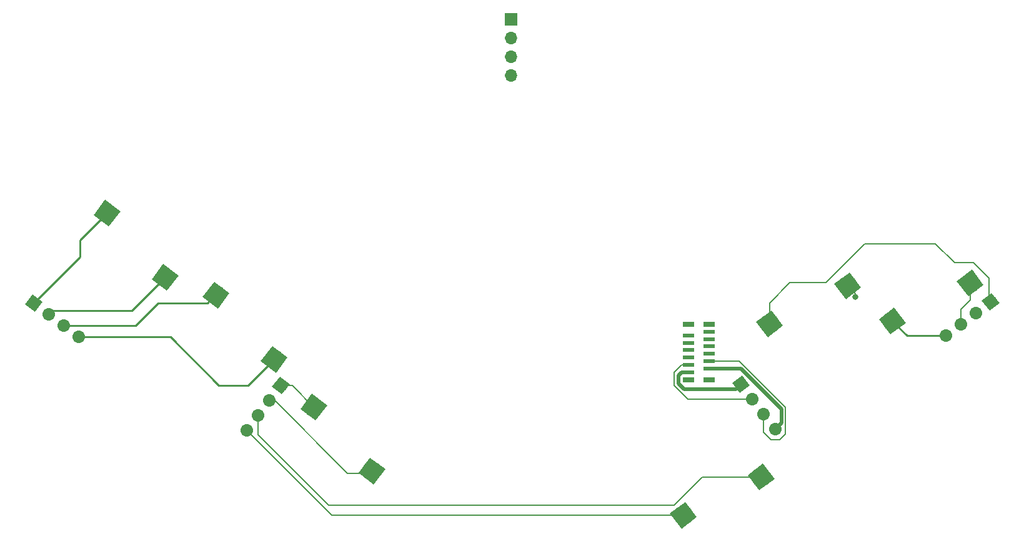
<source format=gbr>
G04 #@! TF.GenerationSoftware,KiCad,Pcbnew,(5.1.4)-1*
G04 #@! TF.CreationDate,2024-04-24T20:57:57-04:00*
G04 #@! TF.ProjectId,ThumbsUp,5468756d-6273-4557-902e-6b696361645f,rev?*
G04 #@! TF.SameCoordinates,Original*
G04 #@! TF.FileFunction,Copper,L2,Bot*
G04 #@! TF.FilePolarity,Positive*
%FSLAX46Y46*%
G04 Gerber Fmt 4.6, Leading zero omitted, Abs format (unit mm)*
G04 Created by KiCad (PCBNEW (5.1.4)-1) date 2024-04-24 20:57:57*
%MOMM*%
%LPD*%
G04 APERTURE LIST*
%ADD10C,2.600000*%
%ADD11C,0.100000*%
%ADD12C,1.700000*%
%ADD13C,1.700000*%
%ADD14O,1.700000X1.700000*%
%ADD15R,1.700000X1.700000*%
%ADD16R,1.500000X0.600000*%
%ADD17R,1.500000X0.800000*%
%ADD18C,0.800000*%
%ADD19C,0.254000*%
%ADD20C,0.250000*%
%ADD21C,0.200000*%
%ADD22C,0.508000*%
G04 APERTURE END LIST*
D10*
X389646331Y-31130937D03*
D11*
G36*
X389390464Y-32951523D02*
G01*
X387825745Y-30875070D01*
X389902198Y-29310351D01*
X391466917Y-31386804D01*
X389390464Y-32951523D01*
X389390464Y-32951523D01*
G37*
D10*
X379098097Y-36324902D03*
D11*
G36*
X378842230Y-38145488D02*
G01*
X377277511Y-36069035D01*
X379353964Y-34504316D01*
X380918683Y-36580769D01*
X378842230Y-38145488D01*
X378842230Y-38145488D01*
G37*
D10*
X329015268Y-21627175D03*
D11*
G36*
X330835854Y-21371308D02*
G01*
X329271135Y-23447761D01*
X327194682Y-21883042D01*
X328759401Y-19806589D01*
X330835854Y-21371308D01*
X330835854Y-21371308D01*
G37*
D10*
X336915515Y-30335136D03*
D11*
G36*
X338736101Y-30079269D02*
G01*
X337171382Y-32155722D01*
X335094929Y-30591003D01*
X336659648Y-28514550D01*
X338736101Y-30079269D01*
X338736101Y-30079269D01*
G37*
D10*
X390818700Y-10347702D03*
D11*
G36*
X391074567Y-8527116D02*
G01*
X392639286Y-10603569D01*
X390562833Y-12168288D01*
X388998114Y-10091835D01*
X391074567Y-8527116D01*
X391074567Y-8527116D01*
G37*
D10*
X401366934Y-5153737D03*
D11*
G36*
X401622801Y-3333151D02*
G01*
X403187520Y-5409604D01*
X401111067Y-6974323D01*
X399546348Y-4897870D01*
X401622801Y-3333151D01*
X401622801Y-3333151D01*
G37*
D10*
X417986119Y-4775998D03*
D11*
G36*
X417730252Y-6596584D02*
G01*
X416165533Y-4520131D01*
X418241986Y-2955412D01*
X419806705Y-5031865D01*
X417730252Y-6596584D01*
X417730252Y-6596584D01*
G37*
D10*
X407437885Y-9969963D03*
D11*
G36*
X407182018Y-11790549D02*
G01*
X405617299Y-9714096D01*
X407693752Y-8149377D01*
X409258471Y-10225830D01*
X407182018Y-11790549D01*
X407182018Y-11790549D01*
G37*
D10*
X300997775Y4695162D03*
D11*
G36*
X302818361Y4951029D02*
G01*
X301253642Y2874576D01*
X299177189Y4439295D01*
X300741908Y6515748D01*
X302818361Y4951029D01*
X302818361Y4951029D01*
G37*
D10*
X308898022Y-4012799D03*
D11*
G36*
X310718608Y-3756932D02*
G01*
X309153889Y-5833385D01*
X307077436Y-4268666D01*
X308642155Y-2192213D01*
X310718608Y-3756932D01*
X310718608Y-3756932D01*
G37*
D10*
X315772532Y-6438415D03*
D11*
G36*
X317593118Y-6182548D02*
G01*
X316028399Y-8259001D01*
X313951946Y-6694282D01*
X315516665Y-4617829D01*
X317593118Y-6182548D01*
X317593118Y-6182548D01*
G37*
D10*
X323672779Y-15146376D03*
D11*
G36*
X325493365Y-14890509D02*
G01*
X323928646Y-16966962D01*
X321852193Y-15402243D01*
X323416912Y-13325790D01*
X325493365Y-14890509D01*
X325493365Y-14890509D01*
G37*
D12*
X324570114Y-18725833D03*
D11*
G36*
X323379731Y-18893130D02*
G01*
X324402817Y-17535450D01*
X325760497Y-18558536D01*
X324737411Y-19916216D01*
X323379731Y-18893130D01*
X323379731Y-18893130D01*
G37*
D12*
X323041504Y-20754367D03*
D13*
X323041504Y-20754367D02*
X323041504Y-20754367D01*
D12*
X321512894Y-22782901D03*
D13*
X321512894Y-22782901D02*
X321512894Y-22782901D01*
D12*
X319984284Y-24811436D03*
D13*
X319984284Y-24811436D02*
X319984284Y-24811436D01*
D14*
X355808765Y23391751D03*
X355808765Y25931751D03*
X355808765Y28471751D03*
D15*
X355808765Y31011751D03*
D12*
X420750744Y-7362076D03*
D11*
G36*
X419560361Y-7194779D02*
G01*
X420918041Y-6171693D01*
X421941127Y-7529373D01*
X420583447Y-8552459D01*
X419560361Y-7194779D01*
X419560361Y-7194779D01*
G37*
D12*
X418722210Y-8890686D03*
D13*
X418722210Y-8890686D02*
X418722210Y-8890686D01*
D12*
X416693676Y-10419296D03*
D13*
X416693676Y-10419296D02*
X416693676Y-10419296D01*
D12*
X414665141Y-11947906D03*
D13*
X414665141Y-11947906D02*
X414665141Y-11947906D01*
D12*
X291057015Y-7515681D03*
D11*
G36*
X291224312Y-8706064D02*
G01*
X289866632Y-7682978D01*
X290889718Y-6325298D01*
X292247398Y-7348384D01*
X291224312Y-8706064D01*
X291224312Y-8706064D01*
G37*
D12*
X293085549Y-9044291D03*
D13*
X293085549Y-9044291D02*
X293085549Y-9044291D01*
D12*
X295114083Y-10572901D03*
D13*
X295114083Y-10572901D02*
X295114083Y-10572901D01*
D12*
X297142618Y-12101511D03*
D13*
X297142618Y-12101511D02*
X297142618Y-12101511D01*
D12*
X386957813Y-18527231D03*
D11*
G36*
X386790516Y-19717614D02*
G01*
X385767430Y-18359934D01*
X387125110Y-17336848D01*
X388148196Y-18694528D01*
X386790516Y-19717614D01*
X386790516Y-19717614D01*
G37*
D12*
X388486423Y-20555765D03*
D13*
X388486423Y-20555765D02*
X388486423Y-20555765D01*
D12*
X390015033Y-22584299D03*
D13*
X390015033Y-22584299D02*
X390015033Y-22584299D01*
D12*
X391543643Y-24612834D03*
D13*
X391543643Y-24612834D02*
X391543643Y-24612834D01*
D16*
X382650000Y-11400000D03*
X379850000Y-11900000D03*
X382650000Y-12400000D03*
X379850000Y-12900000D03*
X382650000Y-13400000D03*
X379850000Y-13900000D03*
X382650000Y-14400000D03*
X379850000Y-14900000D03*
X382650000Y-15400000D03*
X379850000Y-15900000D03*
X382650000Y-16400000D03*
X379850000Y-16900000D03*
D17*
X382650000Y-10400000D03*
X379850000Y-10400000D03*
X382650000Y-17900000D03*
X379850000Y-17900000D03*
D18*
X402450000Y-6650000D03*
D19*
X322673797Y-16145358D02*
X323672779Y-15146376D01*
X320163155Y-18656000D02*
X322673797Y-16145358D01*
X316140000Y-18656000D02*
X320163155Y-18656000D01*
X297142618Y-12101511D02*
X309585511Y-12101511D01*
X309585511Y-12101511D02*
X316140000Y-18656000D01*
X314616000Y-7480000D02*
X315657585Y-6438415D01*
X315657585Y-6438415D02*
X315772532Y-6438415D01*
X295114083Y-10572901D02*
X304876836Y-10572901D01*
X307969737Y-7480000D02*
X314616000Y-7480000D01*
X295114083Y-10572901D02*
X301706901Y-10572901D01*
X304876836Y-10572901D02*
X307969737Y-7480000D01*
X293085549Y-9044291D02*
X293633840Y-8496000D01*
X304414821Y-8496000D02*
X307899040Y-5011781D01*
D20*
X293085549Y-9044291D02*
X293129840Y-9000000D01*
D19*
X307899040Y-5011781D02*
X308898022Y-4012799D01*
X293633840Y-8496000D02*
X304414821Y-8496000D01*
X297344000Y1041387D02*
X300997775Y4695162D01*
X291057015Y-7515681D02*
X297344000Y-1228696D01*
X297344000Y-1228696D02*
X297344000Y1041387D01*
X414665141Y-11947906D02*
X409415828Y-11947906D01*
X409415828Y-11947906D02*
X407437885Y-9969963D01*
X417986119Y-4775998D02*
X417986119Y-3916119D01*
D20*
X418164666Y-4775998D02*
X417986119Y-4775998D01*
D21*
X417986119Y-6503774D02*
X417986119Y-4775998D01*
X417986119Y-7113881D02*
X417986119Y-6503774D01*
X416693676Y-10419296D02*
X416693676Y-8406324D01*
X416693676Y-8406324D02*
X417986119Y-7113881D01*
X402450000Y-6236803D02*
X401366934Y-5153737D01*
X402450000Y-6650000D02*
X402450000Y-6236803D01*
X390818700Y-7481300D02*
X390818700Y-8619926D01*
X390818700Y-8619926D02*
X390818700Y-10347702D01*
X393550000Y-4750000D02*
X390818700Y-7481300D01*
X398400000Y-4750000D02*
X393550000Y-4750000D01*
X420550000Y-4150000D02*
X418450000Y-2050000D01*
X420550000Y-7161332D02*
X420550000Y-4150000D01*
X418450000Y-2050000D02*
X415850000Y-2050000D01*
X415850000Y-2050000D02*
X413250000Y550000D01*
X403700000Y550000D02*
X398400000Y-4750000D01*
X420750744Y-7362076D02*
X420550000Y-7161332D01*
X413250000Y550000D02*
X403700000Y550000D01*
X390015033Y-25065033D02*
X391000000Y-26050000D01*
X386683488Y-15400000D02*
X383600000Y-15400000D01*
X390015033Y-22584299D02*
X390015033Y-25065033D01*
X391000000Y-26050000D02*
X392200000Y-26050000D01*
X392200000Y-26050000D02*
X392947651Y-25302349D01*
X392947651Y-25302349D02*
X392947651Y-21664163D01*
X383600000Y-15400000D02*
X382650000Y-15400000D01*
X392947651Y-21664163D02*
X386683488Y-15400000D01*
X378900000Y-15900000D02*
X379850000Y-15900000D01*
X377900000Y-18700690D02*
X377900000Y-16900000D01*
X379755075Y-20555765D02*
X377900000Y-18700690D01*
X388486423Y-20555765D02*
X379755075Y-20555765D01*
X377900000Y-16900000D02*
X378900000Y-15900000D01*
D22*
X383908000Y-16400000D02*
X382650000Y-16400000D01*
X386900000Y-16400000D02*
X383908000Y-16400000D01*
X392393642Y-21893642D02*
X386900000Y-16400000D01*
X391543643Y-24612834D02*
X392393642Y-23762835D01*
X392393642Y-23762835D02*
X392393642Y-21893642D01*
X378454011Y-17328787D02*
X378882798Y-16900000D01*
X378882798Y-16900000D02*
X379850000Y-16900000D01*
X378454011Y-18471213D02*
X378454011Y-17328787D01*
X379187686Y-19204888D02*
X378454011Y-18471213D01*
X386957813Y-18527231D02*
X386280156Y-19204888D01*
X386280156Y-19204888D02*
X379187686Y-19204888D01*
D21*
X331497750Y-36324902D02*
X379098097Y-36324902D01*
X319984284Y-24811436D02*
X331497750Y-36324902D01*
X381669063Y-31130937D02*
X389646331Y-31130937D01*
X377876578Y-34923422D02*
X381669063Y-31130937D01*
X331023422Y-34923422D02*
X377876578Y-34923422D01*
X321512894Y-22782901D02*
X321512894Y-25412894D01*
X321512894Y-25412894D02*
X331023422Y-34923422D01*
X336914864Y-30335136D02*
X336915515Y-30335136D01*
X336650000Y-30600000D02*
X336914864Y-30335136D01*
X333600000Y-30600000D02*
X336650000Y-30600000D01*
X323041504Y-20754367D02*
X323754367Y-20754367D01*
X323754367Y-20754367D02*
X333600000Y-30600000D01*
X326113926Y-18725833D02*
X329015268Y-21627175D01*
X324570114Y-18725833D02*
X326113926Y-18725833D01*
M02*

</source>
